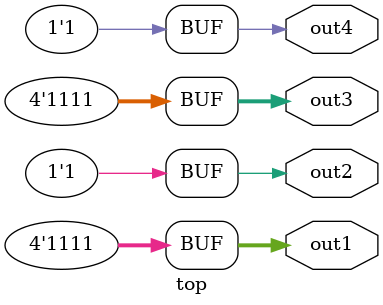
<source format=sv>
/* Generated by Synlig (git sha1 d3b1a64f4, g++ 12.2.0-14 -fPIC -O3) */

(* cells_not_processed =  1  *)
(* src = "/root/synlig/synlig/tests/simple_tests/UnsizedConst/top.sv:3.1-13.16" *)
module top(out1, out2, out4, out3);
  (* src = "/root/synlig/synlig/tests/simple_tests/UnsizedConst/top.sv:10.20-10.35" *)
  wire _0_;
  (* src = "/root/synlig/synlig/tests/simple_tests/UnsizedConst/top.sv:12.20-12.30" *)
  wire _1_;
  (* src = "/root/synlig/synlig/tests/simple_tests/UnsizedConst/top.sv:4.23-4.27" *)
  output [3:0] out1;
  wire [3:0] out1;
  (* src = "/root/synlig/synlig/tests/simple_tests/UnsizedConst/top.sv:5.17-5.21" *)
  output out2;
  wire out2;
  (* src = "/root/synlig/synlig/tests/simple_tests/UnsizedConst/top.sv:6.31-6.35" *)
  (* wiretype = "\\my_struct_packed_t" *)
  output [3:0] out3;
  wire [3:0] out3;
  (* src = "/root/synlig/synlig/tests/simple_tests/UnsizedConst/top.sv:7.17-7.21" *)
  output out4;
  wire out4;
  assign _0_ = out1 == (* src = "/root/synlig/synlig/tests/simple_tests/UnsizedConst/top.sv:10.20-10.35" *) 4'hf;
  assign _1_ = out3 == (* src = "/root/synlig/synlig/tests/simple_tests/UnsizedConst/top.sv:12.20-12.30" *) 4'hf;
  assign out1 = 4'hf;
  assign out2 = _0_;
  assign out3 = 4'hf;
  assign out4 = _1_;
endmodule

</source>
